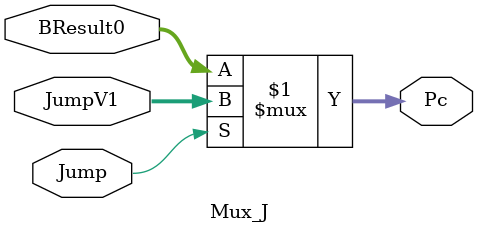
<source format=v>
module Mux_J(
	input [31:0]JumpV1,
	input [31:0]BResult0,
	input Jump,
	output [31:0]Pc
	
);
assign
	Pc = (Jump)? JumpV1 : BResult0;

endmodule 


</source>
